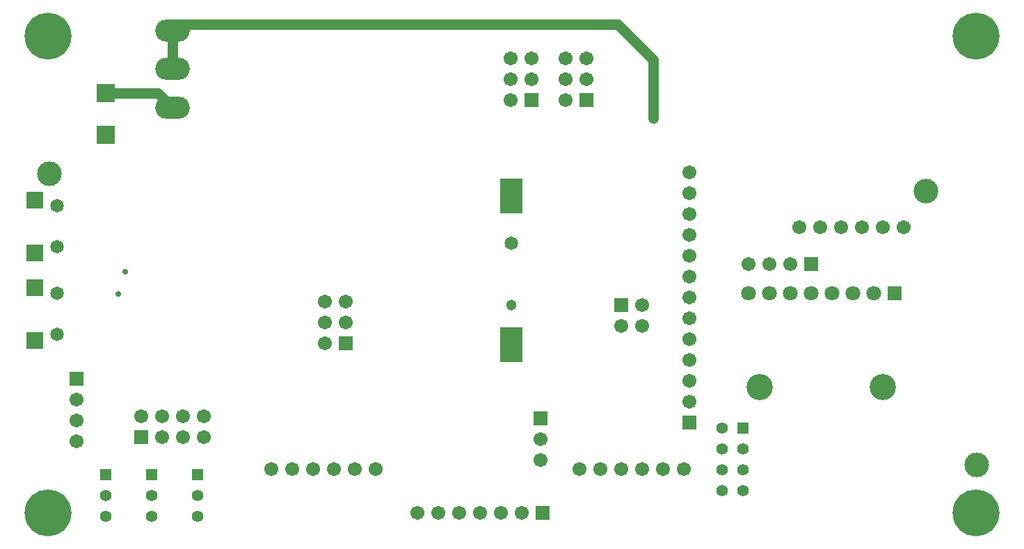
<source format=gbs>
G04*
G04 #@! TF.GenerationSoftware,Altium Limited,Altium Designer,18.1.2 (67)*
G04*
G04 Layer_Color=16711935*
%FSLAX25Y25*%
%MOIN*%
G70*
G01*
G75*
%ADD58C,0.11811*%
%ADD88C,0.06706*%
%ADD89R,0.06706X0.06706*%
%ADD90R,0.08280X0.07887*%
%ADD91C,0.06509*%
%ADD92C,0.05131*%
%ADD93R,0.08674X0.08674*%
%ADD94C,0.22453*%
%ADD95C,0.12611*%
%ADD96C,0.07099*%
%ADD97R,0.07099X0.07099*%
%ADD98C,0.05524*%
%ADD99R,0.05524X0.05524*%
%ADD100R,0.06706X0.06706*%
%ADD101O,0.16548X0.10642*%
%ADD102C,0.02800*%
%ADD126C,0.05000*%
%ADD127R,0.10642X0.16548*%
D58*
X12500Y174300D02*
D03*
X432500Y165900D02*
D03*
X456900Y34800D02*
D03*
D88*
X25500Y46000D02*
D03*
Y56000D02*
D03*
Y66000D02*
D03*
X169000Y32500D02*
D03*
X119000D02*
D03*
X129000D02*
D03*
X139000D02*
D03*
X149000D02*
D03*
X159000D02*
D03*
X144700Y113100D02*
D03*
X154700D02*
D03*
X144700Y103100D02*
D03*
X154700D02*
D03*
X144700Y93100D02*
D03*
X316500Y32500D02*
D03*
X266500D02*
D03*
X276500D02*
D03*
X286500D02*
D03*
X296500D02*
D03*
X306500D02*
D03*
X229000Y11500D02*
D03*
X239000D02*
D03*
X219000D02*
D03*
X209000D02*
D03*
X199000D02*
D03*
X189000D02*
D03*
X296500Y101200D02*
D03*
X286500D02*
D03*
X296500Y111200D02*
D03*
X319200Y65000D02*
D03*
Y75000D02*
D03*
Y85000D02*
D03*
Y95000D02*
D03*
Y105000D02*
D03*
Y115000D02*
D03*
Y125000D02*
D03*
Y135000D02*
D03*
Y145000D02*
D03*
Y155000D02*
D03*
Y165000D02*
D03*
Y175000D02*
D03*
X86500Y58000D02*
D03*
Y48000D02*
D03*
X76500Y58000D02*
D03*
Y48000D02*
D03*
X66500Y58000D02*
D03*
Y48000D02*
D03*
X56500Y58000D02*
D03*
X367500Y131000D02*
D03*
X357500D02*
D03*
X347500D02*
D03*
X248000Y37000D02*
D03*
Y47000D02*
D03*
X233700Y229600D02*
D03*
X243700D02*
D03*
X233700Y219600D02*
D03*
X243700D02*
D03*
X233700Y209600D02*
D03*
X260000Y229600D02*
D03*
X270000D02*
D03*
X260000Y219600D02*
D03*
X270000D02*
D03*
X260000Y209600D02*
D03*
X422000Y148500D02*
D03*
X412000D02*
D03*
X402000D02*
D03*
X392000D02*
D03*
X382000D02*
D03*
X372000D02*
D03*
D89*
X25500Y76000D02*
D03*
X154700Y93100D02*
D03*
X286500Y111200D02*
D03*
X319200Y55000D02*
D03*
X248000Y57000D02*
D03*
X243700Y209600D02*
D03*
X270000D02*
D03*
D90*
X5500Y136465D02*
D03*
Y161662D02*
D03*
Y94464D02*
D03*
Y119661D02*
D03*
D91*
X16130Y158906D02*
D03*
Y139220D02*
D03*
X234000Y141000D02*
D03*
X16130Y116906D02*
D03*
Y97220D02*
D03*
D92*
X234000Y111472D02*
D03*
D93*
X39500Y213000D02*
D03*
Y193000D02*
D03*
D94*
X11811Y11811D02*
D03*
X456693Y240158D02*
D03*
X11811D02*
D03*
X456693Y11811D02*
D03*
D95*
X353012Y71843D02*
D03*
X411988D02*
D03*
D96*
X347500Y117000D02*
D03*
X357500D02*
D03*
X367500D02*
D03*
X377500D02*
D03*
X387500D02*
D03*
X397500D02*
D03*
X407500D02*
D03*
D97*
X417500D02*
D03*
D98*
X344800Y22400D02*
D03*
X334800D02*
D03*
X344800Y32400D02*
D03*
X334800D02*
D03*
X344800Y42400D02*
D03*
X334800D02*
D03*
Y52400D02*
D03*
X39500Y20000D02*
D03*
Y10000D02*
D03*
X61500Y20000D02*
D03*
Y10000D02*
D03*
X83500Y20000D02*
D03*
Y10000D02*
D03*
D99*
X344800Y52400D02*
D03*
X39500Y30000D02*
D03*
X61500D02*
D03*
X83500D02*
D03*
D100*
X249000Y11500D02*
D03*
X56500Y48000D02*
D03*
X377500Y131000D02*
D03*
D101*
X71500Y243004D02*
D03*
Y205996D02*
D03*
Y224500D02*
D03*
D102*
X49000Y127400D02*
D03*
X45700Y116800D02*
D03*
D126*
X302000Y201000D02*
Y229000D01*
X285000Y246000D02*
X302000Y229000D01*
X74496Y246000D02*
X285000D01*
X71500Y243004D02*
X74496Y246000D01*
X71500Y224500D02*
Y243004D01*
X64496Y213000D02*
X71500Y205996D01*
X39500Y213000D02*
X64496D01*
D127*
X234000Y92346D02*
D03*
Y163646D02*
D03*
M02*

</source>
